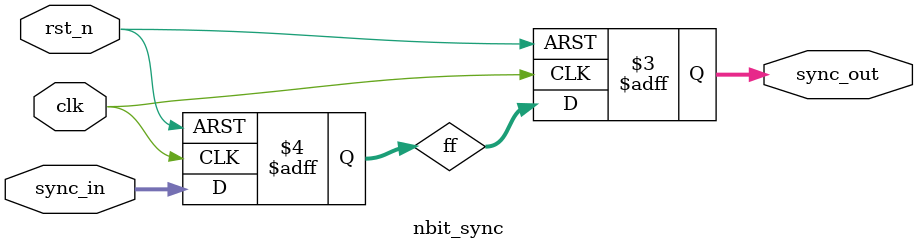
<source format=sv>
module nbit_sync#(parameter n=4)(input clk,input rst_n,input [n-1:0]sync_in, output reg [n-1:0]sync_out);

reg [n-1:0] ff;

always@(posedge clk or negedge rst_n)
begin
    if(!rst_n) {sync_out,ff} <= 0;
    else        {sync_out,ff} <= {ff,sync_in};
end

endmodule

</source>
